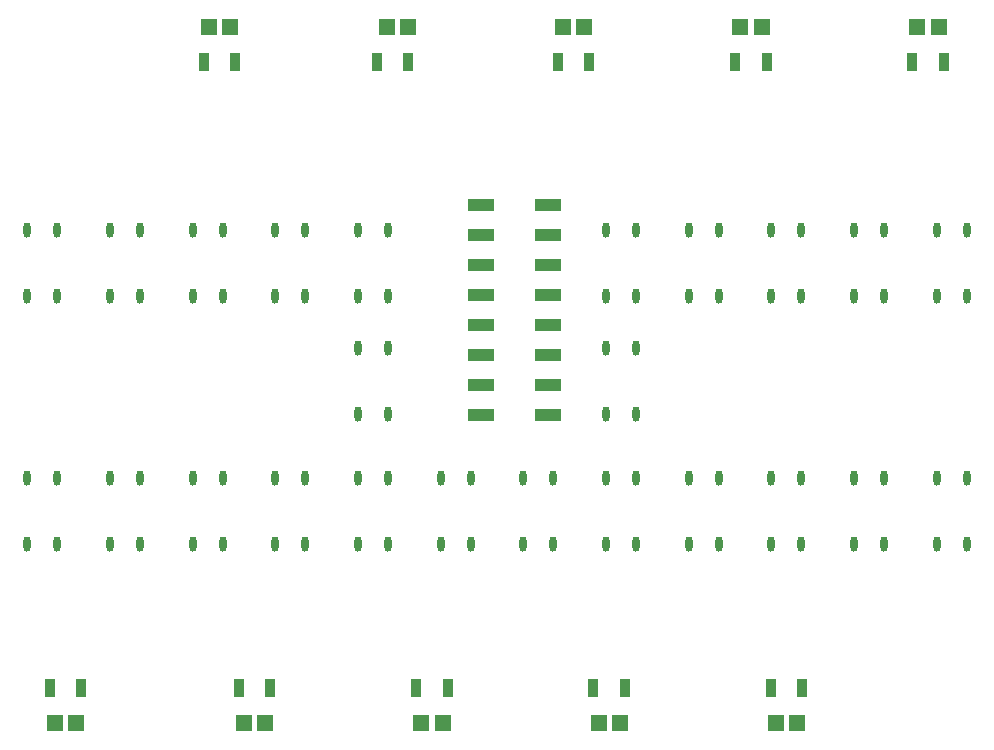
<source format=gtp>
G04*
G04 #@! TF.GenerationSoftware,Altium Limited,Altium Designer,21.1.1 (26)*
G04*
G04 Layer_Color=8421504*
%FSLAX25Y25*%
%MOIN*%
G70*
G04*
G04 #@! TF.SameCoordinates,5D9DAD53-06A7-4B73-8655-5B298560343D*
G04*
G04*
G04 #@! TF.FilePolarity,Positive*
G04*
G01*
G75*
%ADD13R,0.03543X0.06102*%
%ADD14R,0.05500X0.05800*%
%ADD15O,0.02362X0.05118*%
%ADD16R,0.08740X0.04016*%
D13*
X190256Y157480D02*
D03*
X179823D02*
D03*
X430413D02*
D03*
X419980D02*
D03*
X477658Y366142D02*
D03*
X467224D02*
D03*
X241437D02*
D03*
X231004D02*
D03*
X360925Y157480D02*
D03*
X371358D02*
D03*
X301870D02*
D03*
X312303D02*
D03*
X242815D02*
D03*
X253248D02*
D03*
X408169Y366142D02*
D03*
X418602D02*
D03*
X349114D02*
D03*
X359547D02*
D03*
X288779D02*
D03*
X299213D02*
D03*
D14*
X188586Y145669D02*
D03*
X181493D02*
D03*
X428743D02*
D03*
X421651D02*
D03*
X475987Y377953D02*
D03*
X468894D02*
D03*
X239767D02*
D03*
X232674D02*
D03*
X362595Y145669D02*
D03*
X369688D02*
D03*
X303540D02*
D03*
X310633D02*
D03*
X244485D02*
D03*
X251578D02*
D03*
X409839Y377953D02*
D03*
X416932D02*
D03*
X350784D02*
D03*
X357877D02*
D03*
X292120D02*
D03*
X299213D02*
D03*
D15*
X182165Y310236D02*
D03*
X172165D02*
D03*
Y288189D02*
D03*
X182165D02*
D03*
X430197D02*
D03*
X420197D02*
D03*
Y310236D02*
D03*
X430197D02*
D03*
X457756Y288189D02*
D03*
X447756D02*
D03*
Y310236D02*
D03*
X457756D02*
D03*
X485315Y288189D02*
D03*
X475315D02*
D03*
Y310236D02*
D03*
X485315D02*
D03*
X402638Y205512D02*
D03*
X392638D02*
D03*
Y227559D02*
D03*
X402638D02*
D03*
X319961Y205512D02*
D03*
X309961D02*
D03*
Y227559D02*
D03*
X319961D02*
D03*
X375079Y248819D02*
D03*
X365079D02*
D03*
Y270866D02*
D03*
X375079D02*
D03*
Y288189D02*
D03*
X365079D02*
D03*
Y310236D02*
D03*
X375079D02*
D03*
X402638Y288189D02*
D03*
X392638D02*
D03*
Y310236D02*
D03*
X402638D02*
D03*
X475315Y227559D02*
D03*
X485315D02*
D03*
Y205512D02*
D03*
X475315D02*
D03*
X447756Y227559D02*
D03*
X457756D02*
D03*
Y205512D02*
D03*
X447756D02*
D03*
X420197Y227559D02*
D03*
X430197D02*
D03*
Y205512D02*
D03*
X420197D02*
D03*
X199724Y227559D02*
D03*
X209724D02*
D03*
Y205512D02*
D03*
X199724D02*
D03*
X172165Y227559D02*
D03*
X182165Y205512D02*
D03*
Y227559D02*
D03*
X172165Y205512D02*
D03*
X264843Y288189D02*
D03*
X254842D02*
D03*
Y310236D02*
D03*
X264843D02*
D03*
X375079Y205512D02*
D03*
X365079D02*
D03*
Y227559D02*
D03*
X375079D02*
D03*
X347520Y205512D02*
D03*
X337520D02*
D03*
Y227559D02*
D03*
X347520D02*
D03*
X292402Y288189D02*
D03*
X282402D02*
D03*
Y310236D02*
D03*
X292402D02*
D03*
Y248819D02*
D03*
X282402D02*
D03*
Y270866D02*
D03*
X292402D02*
D03*
X237283Y205512D02*
D03*
X227284D02*
D03*
Y227559D02*
D03*
X237283D02*
D03*
X264843Y205512D02*
D03*
X254842D02*
D03*
Y227559D02*
D03*
X264843D02*
D03*
X292402Y205512D02*
D03*
X282402D02*
D03*
Y227559D02*
D03*
X292402D02*
D03*
X237283Y310236D02*
D03*
X227284D02*
D03*
Y288189D02*
D03*
X237283D02*
D03*
X209724Y310236D02*
D03*
X199724D02*
D03*
Y288189D02*
D03*
X209724D02*
D03*
D16*
X323524Y248465D02*
D03*
X345768D02*
D03*
X323524Y258465D02*
D03*
X345768D02*
D03*
X323524Y268465D02*
D03*
X345768D02*
D03*
X323524Y278465D02*
D03*
X345768D02*
D03*
X323524Y288465D02*
D03*
X345768D02*
D03*
X323524Y298465D02*
D03*
X345768D02*
D03*
X323524Y308465D02*
D03*
X345768D02*
D03*
X323524Y318465D02*
D03*
X345768D02*
D03*
M02*

</source>
